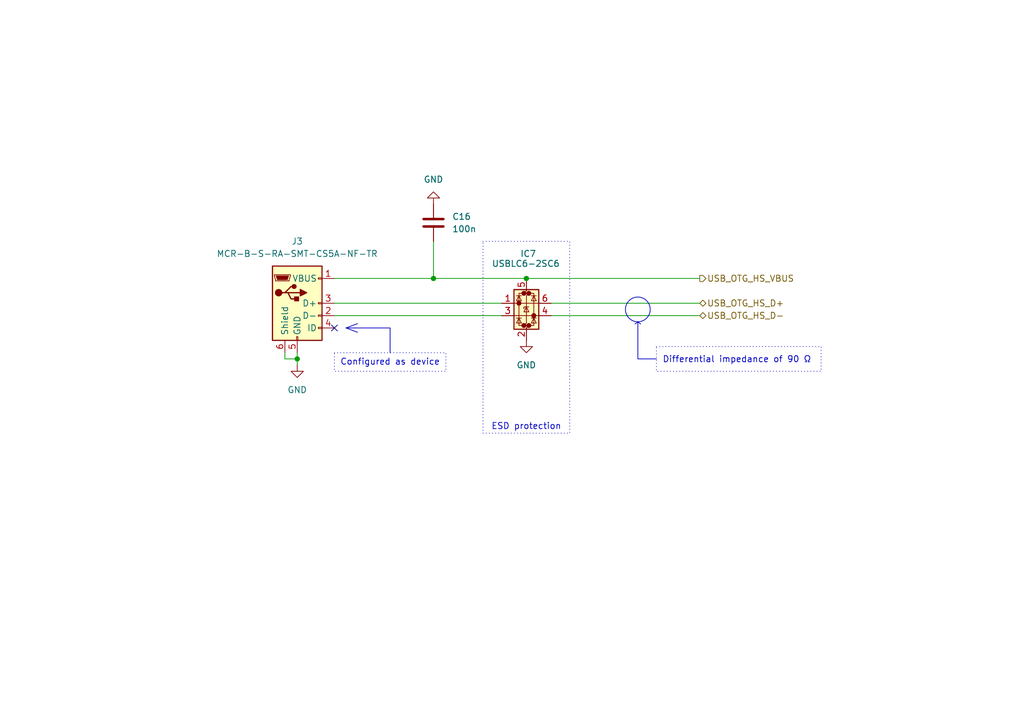
<source format=kicad_sch>
(kicad_sch
	(version 20231120)
	(generator "eeschema")
	(generator_version "8.0")
	(uuid "dd42648d-c5e4-40f0-a975-7ba1d5e37cc9")
	(paper "A5")
	(lib_symbols
		(symbol "Connector:USB_B_Micro"
			(pin_names
				(offset 1.016)
			)
			(exclude_from_sim no)
			(in_bom yes)
			(on_board yes)
			(property "Reference" "J"
				(at -5.08 11.43 0)
				(effects
					(font
						(size 1.27 1.27)
					)
					(justify left)
				)
			)
			(property "Value" "USB_B_Micro"
				(at -5.08 8.89 0)
				(effects
					(font
						(size 1.27 1.27)
					)
					(justify left)
				)
			)
			(property "Footprint" ""
				(at 3.81 -1.27 0)
				(effects
					(font
						(size 1.27 1.27)
					)
					(hide yes)
				)
			)
			(property "Datasheet" "~"
				(at 3.81 -1.27 0)
				(effects
					(font
						(size 1.27 1.27)
					)
					(hide yes)
				)
			)
			(property "Description" "USB Micro Type B connector"
				(at 0 0 0)
				(effects
					(font
						(size 1.27 1.27)
					)
					(hide yes)
				)
			)
			(property "ki_keywords" "connector USB micro"
				(at 0 0 0)
				(effects
					(font
						(size 1.27 1.27)
					)
					(hide yes)
				)
			)
			(property "ki_fp_filters" "USB*"
				(at 0 0 0)
				(effects
					(font
						(size 1.27 1.27)
					)
					(hide yes)
				)
			)
			(symbol "USB_B_Micro_0_1"
				(rectangle
					(start -5.08 -7.62)
					(end 5.08 7.62)
					(stroke
						(width 0.254)
						(type default)
					)
					(fill
						(type background)
					)
				)
				(circle
					(center -3.81 2.159)
					(radius 0.635)
					(stroke
						(width 0.254)
						(type default)
					)
					(fill
						(type outline)
					)
				)
				(circle
					(center -0.635 3.429)
					(radius 0.381)
					(stroke
						(width 0.254)
						(type default)
					)
					(fill
						(type outline)
					)
				)
				(rectangle
					(start -0.127 -7.62)
					(end 0.127 -6.858)
					(stroke
						(width 0)
						(type default)
					)
					(fill
						(type none)
					)
				)
				(polyline
					(pts
						(xy -1.905 2.159) (xy 0.635 2.159)
					)
					(stroke
						(width 0.254)
						(type default)
					)
					(fill
						(type none)
					)
				)
				(polyline
					(pts
						(xy -3.175 2.159) (xy -2.54 2.159) (xy -1.27 3.429) (xy -0.635 3.429)
					)
					(stroke
						(width 0.254)
						(type default)
					)
					(fill
						(type none)
					)
				)
				(polyline
					(pts
						(xy -2.54 2.159) (xy -1.905 2.159) (xy -1.27 0.889) (xy 0 0.889)
					)
					(stroke
						(width 0.254)
						(type default)
					)
					(fill
						(type none)
					)
				)
				(polyline
					(pts
						(xy 0.635 2.794) (xy 0.635 1.524) (xy 1.905 2.159) (xy 0.635 2.794)
					)
					(stroke
						(width 0.254)
						(type default)
					)
					(fill
						(type outline)
					)
				)
				(polyline
					(pts
						(xy -4.318 5.588) (xy -1.778 5.588) (xy -2.032 4.826) (xy -4.064 4.826) (xy -4.318 5.588)
					)
					(stroke
						(width 0)
						(type default)
					)
					(fill
						(type outline)
					)
				)
				(polyline
					(pts
						(xy -4.699 5.842) (xy -4.699 5.588) (xy -4.445 4.826) (xy -4.445 4.572) (xy -1.651 4.572) (xy -1.651 4.826)
						(xy -1.397 5.588) (xy -1.397 5.842) (xy -4.699 5.842)
					)
					(stroke
						(width 0)
						(type default)
					)
					(fill
						(type none)
					)
				)
				(rectangle
					(start 0.254 1.27)
					(end -0.508 0.508)
					(stroke
						(width 0.254)
						(type default)
					)
					(fill
						(type outline)
					)
				)
				(rectangle
					(start 5.08 -5.207)
					(end 4.318 -4.953)
					(stroke
						(width 0)
						(type default)
					)
					(fill
						(type none)
					)
				)
				(rectangle
					(start 5.08 -2.667)
					(end 4.318 -2.413)
					(stroke
						(width 0)
						(type default)
					)
					(fill
						(type none)
					)
				)
				(rectangle
					(start 5.08 -0.127)
					(end 4.318 0.127)
					(stroke
						(width 0)
						(type default)
					)
					(fill
						(type none)
					)
				)
				(rectangle
					(start 5.08 4.953)
					(end 4.318 5.207)
					(stroke
						(width 0)
						(type default)
					)
					(fill
						(type none)
					)
				)
			)
			(symbol "USB_B_Micro_1_1"
				(pin power_out line
					(at 7.62 5.08 180)
					(length 2.54)
					(name "VBUS"
						(effects
							(font
								(size 1.27 1.27)
							)
						)
					)
					(number "1"
						(effects
							(font
								(size 1.27 1.27)
							)
						)
					)
				)
				(pin bidirectional line
					(at 7.62 -2.54 180)
					(length 2.54)
					(name "D-"
						(effects
							(font
								(size 1.27 1.27)
							)
						)
					)
					(number "2"
						(effects
							(font
								(size 1.27 1.27)
							)
						)
					)
				)
				(pin bidirectional line
					(at 7.62 0 180)
					(length 2.54)
					(name "D+"
						(effects
							(font
								(size 1.27 1.27)
							)
						)
					)
					(number "3"
						(effects
							(font
								(size 1.27 1.27)
							)
						)
					)
				)
				(pin passive line
					(at 7.62 -5.08 180)
					(length 2.54)
					(name "ID"
						(effects
							(font
								(size 1.27 1.27)
							)
						)
					)
					(number "4"
						(effects
							(font
								(size 1.27 1.27)
							)
						)
					)
				)
				(pin power_out line
					(at 0 -10.16 90)
					(length 2.54)
					(name "GND"
						(effects
							(font
								(size 1.27 1.27)
							)
						)
					)
					(number "5"
						(effects
							(font
								(size 1.27 1.27)
							)
						)
					)
				)
				(pin passive line
					(at -2.54 -10.16 90)
					(length 2.54)
					(name "Shield"
						(effects
							(font
								(size 1.27 1.27)
							)
						)
					)
					(number "6"
						(effects
							(font
								(size 1.27 1.27)
							)
						)
					)
				)
			)
		)
		(symbol "Device:C"
			(pin_numbers hide)
			(pin_names
				(offset 0.254)
			)
			(exclude_from_sim no)
			(in_bom yes)
			(on_board yes)
			(property "Reference" "C"
				(at 0.635 2.54 0)
				(effects
					(font
						(size 1.27 1.27)
					)
					(justify left)
				)
			)
			(property "Value" "C"
				(at 0.635 -2.54 0)
				(effects
					(font
						(size 1.27 1.27)
					)
					(justify left)
				)
			)
			(property "Footprint" ""
				(at 0.9652 -3.81 0)
				(effects
					(font
						(size 1.27 1.27)
					)
					(hide yes)
				)
			)
			(property "Datasheet" "~"
				(at 0 0 0)
				(effects
					(font
						(size 1.27 1.27)
					)
					(hide yes)
				)
			)
			(property "Description" "Unpolarized capacitor"
				(at 0 0 0)
				(effects
					(font
						(size 1.27 1.27)
					)
					(hide yes)
				)
			)
			(property "ki_keywords" "cap capacitor"
				(at 0 0 0)
				(effects
					(font
						(size 1.27 1.27)
					)
					(hide yes)
				)
			)
			(property "ki_fp_filters" "C_*"
				(at 0 0 0)
				(effects
					(font
						(size 1.27 1.27)
					)
					(hide yes)
				)
			)
			(symbol "C_0_1"
				(polyline
					(pts
						(xy -2.032 -0.762) (xy 2.032 -0.762)
					)
					(stroke
						(width 0.508)
						(type default)
					)
					(fill
						(type none)
					)
				)
				(polyline
					(pts
						(xy -2.032 0.762) (xy 2.032 0.762)
					)
					(stroke
						(width 0.508)
						(type default)
					)
					(fill
						(type none)
					)
				)
			)
			(symbol "C_1_1"
				(pin passive line
					(at 0 3.81 270)
					(length 2.794)
					(name "~"
						(effects
							(font
								(size 1.27 1.27)
							)
						)
					)
					(number "1"
						(effects
							(font
								(size 1.27 1.27)
							)
						)
					)
				)
				(pin passive line
					(at 0 -3.81 90)
					(length 2.794)
					(name "~"
						(effects
							(font
								(size 1.27 1.27)
							)
						)
					)
					(number "2"
						(effects
							(font
								(size 1.27 1.27)
							)
						)
					)
				)
			)
		)
		(symbol "Power_Protection:USBLC6-2SC6"
			(pin_names hide)
			(exclude_from_sim no)
			(in_bom yes)
			(on_board yes)
			(property "Reference" "U"
				(at 0.635 5.715 0)
				(effects
					(font
						(size 1.27 1.27)
					)
					(justify left)
				)
			)
			(property "Value" "USBLC6-2SC6"
				(at 0.635 3.81 0)
				(effects
					(font
						(size 1.27 1.27)
					)
					(justify left)
				)
			)
			(property "Footprint" "Package_TO_SOT_SMD:SOT-23-6"
				(at 1.27 -6.35 0)
				(effects
					(font
						(size 1.27 1.27)
						(italic yes)
					)
					(justify left)
					(hide yes)
				)
			)
			(property "Datasheet" "https://www.st.com/resource/en/datasheet/usblc6-2.pdf"
				(at 1.27 -8.255 0)
				(effects
					(font
						(size 1.27 1.27)
					)
					(justify left)
					(hide yes)
				)
			)
			(property "Description" "Very low capacitance ESD protection diode, 2 data-line, SOT-23-6"
				(at 0 0 0)
				(effects
					(font
						(size 1.27 1.27)
					)
					(hide yes)
				)
			)
			(property "ki_keywords" "usb ethernet video"
				(at 0 0 0)
				(effects
					(font
						(size 1.27 1.27)
					)
					(hide yes)
				)
			)
			(property "ki_fp_filters" "SOT?23*"
				(at 0 0 0)
				(effects
					(font
						(size 1.27 1.27)
					)
					(hide yes)
				)
			)
			(symbol "USBLC6-2SC6_0_0"
				(circle
					(center -1.524 0)
					(radius 0.0001)
					(stroke
						(width 0.508)
						(type default)
					)
					(fill
						(type none)
					)
				)
				(circle
					(center -0.508 -4.572)
					(radius 0.0001)
					(stroke
						(width 0.508)
						(type default)
					)
					(fill
						(type none)
					)
				)
				(circle
					(center -0.508 2.032)
					(radius 0.0001)
					(stroke
						(width 0.508)
						(type default)
					)
					(fill
						(type none)
					)
				)
				(circle
					(center 0.508 -4.572)
					(radius 0.0001)
					(stroke
						(width 0.508)
						(type default)
					)
					(fill
						(type none)
					)
				)
				(circle
					(center 0.508 2.032)
					(radius 0.0001)
					(stroke
						(width 0.508)
						(type default)
					)
					(fill
						(type none)
					)
				)
				(circle
					(center 1.524 -2.54)
					(radius 0.0001)
					(stroke
						(width 0.508)
						(type default)
					)
					(fill
						(type none)
					)
				)
			)
			(symbol "USBLC6-2SC6_0_1"
				(polyline
					(pts
						(xy -2.54 -2.54) (xy 2.54 -2.54)
					)
					(stroke
						(width 0)
						(type default)
					)
					(fill
						(type none)
					)
				)
				(polyline
					(pts
						(xy -2.54 0) (xy 2.54 0)
					)
					(stroke
						(width 0)
						(type default)
					)
					(fill
						(type none)
					)
				)
				(polyline
					(pts
						(xy -2.032 -3.048) (xy -1.016 -3.048)
					)
					(stroke
						(width 0)
						(type default)
					)
					(fill
						(type none)
					)
				)
				(polyline
					(pts
						(xy -1.016 1.524) (xy -2.032 1.524)
					)
					(stroke
						(width 0)
						(type default)
					)
					(fill
						(type none)
					)
				)
				(polyline
					(pts
						(xy 1.016 -3.048) (xy 2.032 -3.048)
					)
					(stroke
						(width 0)
						(type default)
					)
					(fill
						(type none)
					)
				)
				(polyline
					(pts
						(xy 1.016 1.524) (xy 2.032 1.524)
					)
					(stroke
						(width 0)
						(type default)
					)
					(fill
						(type none)
					)
				)
				(polyline
					(pts
						(xy -0.508 -1.143) (xy -0.508 -0.762) (xy 0.508 -0.762)
					)
					(stroke
						(width 0)
						(type default)
					)
					(fill
						(type none)
					)
				)
				(polyline
					(pts
						(xy -2.032 0.508) (xy -1.016 0.508) (xy -1.524 1.524) (xy -2.032 0.508)
					)
					(stroke
						(width 0)
						(type default)
					)
					(fill
						(type none)
					)
				)
				(polyline
					(pts
						(xy -1.016 -4.064) (xy -2.032 -4.064) (xy -1.524 -3.048) (xy -1.016 -4.064)
					)
					(stroke
						(width 0)
						(type default)
					)
					(fill
						(type none)
					)
				)
				(polyline
					(pts
						(xy 0.508 -1.778) (xy -0.508 -1.778) (xy 0 -0.762) (xy 0.508 -1.778)
					)
					(stroke
						(width 0)
						(type default)
					)
					(fill
						(type none)
					)
				)
				(polyline
					(pts
						(xy 2.032 -4.064) (xy 1.016 -4.064) (xy 1.524 -3.048) (xy 2.032 -4.064)
					)
					(stroke
						(width 0)
						(type default)
					)
					(fill
						(type none)
					)
				)
				(polyline
					(pts
						(xy 2.032 0.508) (xy 1.016 0.508) (xy 1.524 1.524) (xy 2.032 0.508)
					)
					(stroke
						(width 0)
						(type default)
					)
					(fill
						(type none)
					)
				)
				(polyline
					(pts
						(xy 0 2.54) (xy -0.508 2.032) (xy 0.508 2.032) (xy 0 1.524) (xy 0 -4.064) (xy -0.508 -4.572) (xy 0.508 -4.572)
						(xy 0 -5.08)
					)
					(stroke
						(width 0)
						(type default)
					)
					(fill
						(type none)
					)
				)
			)
			(symbol "USBLC6-2SC6_1_1"
				(rectangle
					(start -2.54 2.794)
					(end 2.54 -5.334)
					(stroke
						(width 0.254)
						(type default)
					)
					(fill
						(type background)
					)
				)
				(polyline
					(pts
						(xy -0.508 2.032) (xy -1.524 2.032) (xy -1.524 -4.572) (xy -0.508 -4.572)
					)
					(stroke
						(width 0)
						(type default)
					)
					(fill
						(type none)
					)
				)
				(polyline
					(pts
						(xy 0.508 -4.572) (xy 1.524 -4.572) (xy 1.524 2.032) (xy 0.508 2.032)
					)
					(stroke
						(width 0)
						(type default)
					)
					(fill
						(type none)
					)
				)
				(pin passive line
					(at -5.08 0 0)
					(length 2.54)
					(name "I/O1"
						(effects
							(font
								(size 1.27 1.27)
							)
						)
					)
					(number "1"
						(effects
							(font
								(size 1.27 1.27)
							)
						)
					)
				)
				(pin passive line
					(at 0 -7.62 90)
					(length 2.54)
					(name "GND"
						(effects
							(font
								(size 1.27 1.27)
							)
						)
					)
					(number "2"
						(effects
							(font
								(size 1.27 1.27)
							)
						)
					)
				)
				(pin passive line
					(at -5.08 -2.54 0)
					(length 2.54)
					(name "I/O2"
						(effects
							(font
								(size 1.27 1.27)
							)
						)
					)
					(number "3"
						(effects
							(font
								(size 1.27 1.27)
							)
						)
					)
				)
				(pin passive line
					(at 5.08 -2.54 180)
					(length 2.54)
					(name "I/O2"
						(effects
							(font
								(size 1.27 1.27)
							)
						)
					)
					(number "4"
						(effects
							(font
								(size 1.27 1.27)
							)
						)
					)
				)
				(pin passive line
					(at 0 5.08 270)
					(length 2.54)
					(name "VBUS"
						(effects
							(font
								(size 1.27 1.27)
							)
						)
					)
					(number "5"
						(effects
							(font
								(size 1.27 1.27)
							)
						)
					)
				)
				(pin passive line
					(at 5.08 0 180)
					(length 2.54)
					(name "I/O1"
						(effects
							(font
								(size 1.27 1.27)
							)
						)
					)
					(number "6"
						(effects
							(font
								(size 1.27 1.27)
							)
						)
					)
				)
			)
		)
		(symbol "power:GND"
			(power)
			(pin_numbers hide)
			(pin_names
				(offset 0) hide)
			(exclude_from_sim no)
			(in_bom yes)
			(on_board yes)
			(property "Reference" "#PWR"
				(at 0 -6.35 0)
				(effects
					(font
						(size 1.27 1.27)
					)
					(hide yes)
				)
			)
			(property "Value" "GND"
				(at 0 -3.81 0)
				(effects
					(font
						(size 1.27 1.27)
					)
				)
			)
			(property "Footprint" ""
				(at 0 0 0)
				(effects
					(font
						(size 1.27 1.27)
					)
					(hide yes)
				)
			)
			(property "Datasheet" ""
				(at 0 0 0)
				(effects
					(font
						(size 1.27 1.27)
					)
					(hide yes)
				)
			)
			(property "Description" "Power symbol creates a global label with name \"GND\" , ground"
				(at 0 0 0)
				(effects
					(font
						(size 1.27 1.27)
					)
					(hide yes)
				)
			)
			(property "ki_keywords" "global power"
				(at 0 0 0)
				(effects
					(font
						(size 1.27 1.27)
					)
					(hide yes)
				)
			)
			(symbol "GND_0_1"
				(polyline
					(pts
						(xy 0 0) (xy 0 -1.27) (xy 1.27 -1.27) (xy 0 -2.54) (xy -1.27 -1.27) (xy 0 -1.27)
					)
					(stroke
						(width 0)
						(type default)
					)
					(fill
						(type none)
					)
				)
			)
			(symbol "GND_1_1"
				(pin power_in line
					(at 0 0 270)
					(length 0)
					(name "~"
						(effects
							(font
								(size 1.27 1.27)
							)
						)
					)
					(number "1"
						(effects
							(font
								(size 1.27 1.27)
							)
						)
					)
				)
			)
		)
	)
	(junction
		(at 60.96 73.66)
		(diameter 0)
		(color 0 0 0 0)
		(uuid "13d20d08-0e0b-45dd-96d5-82dc610a4de1")
	)
	(junction
		(at 107.95 57.15)
		(diameter 0)
		(color 0 0 0 0)
		(uuid "5ccc6f46-bb59-44ac-9cec-7d759c8332a6")
	)
	(junction
		(at 88.9 57.15)
		(diameter 0)
		(color 0 0 0 0)
		(uuid "cc07a90d-9b61-4b18-ad8a-75fca19c1423")
	)
	(no_connect
		(at 68.58 67.31)
		(uuid "ee9220a8-5d63-4d16-a1c3-ce0cb1cea3df")
	)
	(wire
		(pts
			(xy 60.96 73.66) (xy 60.96 72.39)
		)
		(stroke
			(width 0)
			(type default)
		)
		(uuid "0862b628-62f1-419b-82c0-a1d50d6f5393")
	)
	(polyline
		(pts
			(xy 130.81 73.66) (xy 130.81 71.12)
		)
		(stroke
			(width 0)
			(type default)
		)
		(uuid "3b168fdf-b5b5-4ad6-be6f-cd87ed801cbe")
	)
	(wire
		(pts
			(xy 113.03 62.23) (xy 143.51 62.23)
		)
		(stroke
			(width 0)
			(type default)
		)
		(uuid "4126f81b-f9fa-4b8a-8854-da721b112523")
	)
	(wire
		(pts
			(xy 107.95 57.15) (xy 143.51 57.15)
		)
		(stroke
			(width 0)
			(type default)
		)
		(uuid "43ca5f77-1e70-4d4a-90d2-3f1a6217b3b6")
	)
	(polyline
		(pts
			(xy 134.62 73.66) (xy 130.81 73.66)
		)
		(stroke
			(width 0)
			(type default)
		)
		(uuid "4f04e05f-4f65-4677-b89c-9d037b8067e3")
	)
	(polyline
		(pts
			(xy 80.01 67.31) (xy 80.01 72.39)
		)
		(stroke
			(width 0)
			(type default)
		)
		(uuid "50189fc6-6913-4bef-be33-2cb4bf177cb8")
	)
	(polyline
		(pts
			(xy 130.81 66.04) (xy 130.81 71.12)
		)
		(stroke
			(width 0)
			(type default)
		)
		(uuid "5d199a0c-0f65-4df8-94d5-802bb28391fe")
	)
	(wire
		(pts
			(xy 68.58 57.15) (xy 88.9 57.15)
		)
		(stroke
			(width 0)
			(type default)
		)
		(uuid "76478a3c-1dfa-4e23-83ba-3422f2b9d9bf")
	)
	(wire
		(pts
			(xy 60.96 74.93) (xy 60.96 73.66)
		)
		(stroke
			(width 0)
			(type default)
		)
		(uuid "7c82d61d-99d5-4239-b2fb-8932d49d6a6f")
	)
	(wire
		(pts
			(xy 88.9 57.15) (xy 107.95 57.15)
		)
		(stroke
			(width 0)
			(type default)
		)
		(uuid "91b84758-fb21-4847-aed5-0068a37cc51f")
	)
	(wire
		(pts
			(xy 58.42 73.66) (xy 60.96 73.66)
		)
		(stroke
			(width 0)
			(type default)
		)
		(uuid "a9ef565d-d495-4683-9edf-4d5797966f52")
	)
	(wire
		(pts
			(xy 113.03 64.77) (xy 143.51 64.77)
		)
		(stroke
			(width 0)
			(type default)
		)
		(uuid "b1b57550-68a4-40ab-bca9-5e8b04aa74fd")
	)
	(wire
		(pts
			(xy 58.42 72.39) (xy 58.42 73.66)
		)
		(stroke
			(width 0)
			(type default)
		)
		(uuid "ccab8f8f-1e87-445c-9d30-45d0f1f3f3f4")
	)
	(polyline
		(pts
			(xy 71.12 67.31) (xy 80.01 67.31)
		)
		(stroke
			(width 0)
			(type default)
		)
		(uuid "d6dcf390-0937-4c66-92e2-c6315d6e05ba")
	)
	(wire
		(pts
			(xy 88.9 49.53) (xy 88.9 57.15)
		)
		(stroke
			(width 0)
			(type default)
		)
		(uuid "e099ef7f-1fd4-45b5-9ad9-95ca845ec4db")
	)
	(wire
		(pts
			(xy 68.58 62.23) (xy 102.87 62.23)
		)
		(stroke
			(width 0)
			(type default)
		)
		(uuid "e1e68a28-fe30-44f1-b582-642c570937f5")
	)
	(wire
		(pts
			(xy 68.58 64.77) (xy 102.87 64.77)
		)
		(stroke
			(width 0)
			(type default)
		)
		(uuid "ec4568ef-3cb3-48fc-a832-3e07307bcf49")
	)
	(rectangle
		(start 68.58 72.39)
		(end 91.44 76.2)
		(stroke
			(width 0)
			(type dot)
		)
		(fill
			(type none)
		)
		(uuid 44474751-2232-4a55-81a7-c8835d70ad2f)
	)
	(rectangle
		(start 134.62 71.12)
		(end 168.402 76.2)
		(stroke
			(width 0)
			(type dot)
		)
		(fill
			(type none)
		)
		(uuid 705d19c8-4b1f-4561-ba3a-ec1c0cbc1794)
	)
	(circle
		(center 130.81 63.5)
		(radius 2.54)
		(stroke
			(width 0)
			(type solid)
		)
		(fill
			(type none)
		)
		(uuid 75ee214c-1f4e-48b2-a513-7dc19b9e2c84)
	)
	(rectangle
		(start 99.06 49.53)
		(end 116.84 88.9)
		(stroke
			(width 0)
			(type dot)
		)
		(fill
			(type none)
		)
		(uuid da7499f4-a34c-4eb5-8241-2cc2d1beecd4)
	)
	(text "Differential impedance of 90 Ω"
		(exclude_from_sim no)
		(at 151.13 73.914 0)
		(effects
			(font
				(size 1.27 1.27)
			)
		)
		(uuid "059d7272-f8ed-48cb-84a4-f585d3555179")
	)
	(text "<"
		(exclude_from_sim no)
		(at 72.136 67.31 0)
		(effects
			(font
				(size 3.1 3.1)
			)
		)
		(uuid "06a4d342-7ae2-4018-85c5-4332adaeaf51")
	)
	(text "ESD protection"
		(exclude_from_sim no)
		(at 107.95 87.63 0)
		(effects
			(font
				(size 1.27 1.27)
			)
		)
		(uuid "42bfc58f-c9ee-44e6-9dd7-1d69de511e15")
	)
	(text "^"
		(exclude_from_sim no)
		(at 130.81 68.072 0)
		(effects
			(font
				(size 3 3)
			)
		)
		(uuid "5977d814-c309-4d9b-93fe-1b361c44a02a")
	)
	(text "Configured as device"
		(exclude_from_sim no)
		(at 80.01 74.422 0)
		(effects
			(font
				(size 1.27 1.27)
			)
		)
		(uuid "b78b6efd-f8f6-430d-8d39-3be28304bc06")
	)
	(hierarchical_label "USB_OTG_HS_VBUS"
		(shape output)
		(at 143.51 57.15 0)
		(effects
			(font
				(size 1.27 1.27)
			)
			(justify left)
		)
		(uuid "89595c83-306b-4b50-a008-f9a8f2c72374")
	)
	(hierarchical_label "USB_OTG_HS_D-"
		(shape bidirectional)
		(at 143.51 64.77 0)
		(effects
			(font
				(size 1.27 1.27)
			)
			(justify left)
		)
		(uuid "b6cacb82-68a7-4d52-a07f-60c71325f888")
	)
	(hierarchical_label "USB_OTG_HS_D+"
		(shape bidirectional)
		(at 143.51 62.23 0)
		(effects
			(font
				(size 1.27 1.27)
			)
			(justify left)
		)
		(uuid "fc47a9b5-5638-4117-af94-eed82b239194")
	)
	(symbol
		(lib_id "Power_Protection:USBLC6-2SC6")
		(at 107.95 62.23 0)
		(unit 1)
		(exclude_from_sim no)
		(in_bom yes)
		(on_board yes)
		(dnp no)
		(uuid "09b24549-7db4-471d-8587-2e1d7a2d2c7d")
		(property "Reference" "IC7"
			(at 106.68 52.07 0)
			(effects
				(font
					(size 1.27 1.27)
				)
				(justify left)
			)
		)
		(property "Value" "USBLC6-2SC6"
			(at 100.838 54.102 0)
			(effects
				(font
					(size 1.27 1.27)
				)
				(justify left)
			)
		)
		(property "Footprint" "Package_TO_SOT_SMD:SOT-23-6"
			(at 109.22 68.58 0)
			(effects
				(font
					(size 1.27 1.27)
					(italic yes)
				)
				(justify left)
				(hide yes)
			)
		)
		(property "Datasheet" "https://www.st.com/resource/en/datasheet/usblc6-2.pdf"
			(at 109.22 70.485 0)
			(effects
				(font
					(size 1.27 1.27)
				)
				(justify left)
				(hide yes)
			)
		)
		(property "Description" "Very low capacitance ESD protection diode, 2 data-line, SOT-23-6"
			(at 107.95 62.23 0)
			(effects
				(font
					(size 1.27 1.27)
				)
				(hide yes)
			)
		)
		(pin "3"
			(uuid "068abb45-5557-4907-9e03-3c8003f79e29")
		)
		(pin "1"
			(uuid "d04693f4-2bae-459a-87da-0d148ab46b95")
		)
		(pin "4"
			(uuid "ad1934ce-db08-4c68-8523-012ac44b659c")
		)
		(pin "5"
			(uuid "db3d38f7-b336-46e4-a077-153c57831a6c")
		)
		(pin "2"
			(uuid "e67d591b-c154-432c-b079-617440ff0ec8")
		)
		(pin "6"
			(uuid "4983e081-1bd5-47ed-b2ea-b4aa6020b578")
		)
		(instances
			(project ""
				(path "/e8e834c4-1afb-42f7-b718-3cb720dae1d5/f28d5476-62ad-47ee-95fb-15cfd356e27c"
					(reference "IC7")
					(unit 1)
				)
			)
		)
	)
	(symbol
		(lib_id "power:GND")
		(at 88.9 41.91 180)
		(unit 1)
		(exclude_from_sim no)
		(in_bom yes)
		(on_board yes)
		(dnp no)
		(fields_autoplaced yes)
		(uuid "4e881411-0e06-40fb-abeb-57c4539ceec0")
		(property "Reference" "#PWR060"
			(at 88.9 35.56 0)
			(effects
				(font
					(size 1.27 1.27)
				)
				(hide yes)
			)
		)
		(property "Value" "GND"
			(at 88.9 36.83 0)
			(effects
				(font
					(size 1.27 1.27)
				)
			)
		)
		(property "Footprint" ""
			(at 88.9 41.91 0)
			(effects
				(font
					(size 1.27 1.27)
				)
				(hide yes)
			)
		)
		(property "Datasheet" ""
			(at 88.9 41.91 0)
			(effects
				(font
					(size 1.27 1.27)
				)
				(hide yes)
			)
		)
		(property "Description" "Power symbol creates a global label with name \"GND\" , ground"
			(at 88.9 41.91 0)
			(effects
				(font
					(size 1.27 1.27)
				)
				(hide yes)
			)
		)
		(pin "1"
			(uuid "4b26a260-31ac-42e3-a4dc-027d74c61b3a")
		)
		(instances
			(project "obvod"
				(path "/e8e834c4-1afb-42f7-b718-3cb720dae1d5/f28d5476-62ad-47ee-95fb-15cfd356e27c"
					(reference "#PWR060")
					(unit 1)
				)
			)
		)
	)
	(symbol
		(lib_id "Device:C")
		(at 88.9 45.72 0)
		(unit 1)
		(exclude_from_sim no)
		(in_bom yes)
		(on_board yes)
		(dnp no)
		(uuid "593db546-ed0b-4507-8e78-098f06ccc9f2")
		(property "Reference" "C16"
			(at 92.71 44.4499 0)
			(effects
				(font
					(size 1.27 1.27)
				)
				(justify left)
			)
		)
		(property "Value" "100n"
			(at 92.71 46.9899 0)
			(effects
				(font
					(size 1.27 1.27)
				)
				(justify left)
			)
		)
		(property "Footprint" "Capacitor_SMD:C_0402_1005Metric"
			(at 89.8652 49.53 0)
			(effects
				(font
					(size 1.27 1.27)
				)
				(hide yes)
			)
		)
		(property "Datasheet" "~"
			(at 88.9 45.72 0)
			(effects
				(font
					(size 1.27 1.27)
				)
				(hide yes)
			)
		)
		(property "Description" "Unpolarized capacitor"
			(at 88.9 45.72 0)
			(effects
				(font
					(size 1.27 1.27)
				)
				(hide yes)
			)
		)
		(pin "1"
			(uuid "d97b52f9-d2b5-4af9-a465-dbdfffb267c8")
		)
		(pin "2"
			(uuid "17df376a-d556-40eb-8f04-dbb667050268")
		)
		(instances
			(project "obvod"
				(path "/e8e834c4-1afb-42f7-b718-3cb720dae1d5/f28d5476-62ad-47ee-95fb-15cfd356e27c"
					(reference "C16")
					(unit 1)
				)
			)
		)
	)
	(symbol
		(lib_id "power:GND")
		(at 107.95 69.85 0)
		(unit 1)
		(exclude_from_sim no)
		(in_bom yes)
		(on_board yes)
		(dnp no)
		(fields_autoplaced yes)
		(uuid "6bd86b48-a52e-4ae3-9992-80a7d58e2a5b")
		(property "Reference" "#PWR056"
			(at 107.95 76.2 0)
			(effects
				(font
					(size 1.27 1.27)
				)
				(hide yes)
			)
		)
		(property "Value" "GND"
			(at 107.95 74.93 0)
			(effects
				(font
					(size 1.27 1.27)
				)
			)
		)
		(property "Footprint" ""
			(at 107.95 69.85 0)
			(effects
				(font
					(size 1.27 1.27)
				)
				(hide yes)
			)
		)
		(property "Datasheet" ""
			(at 107.95 69.85 0)
			(effects
				(font
					(size 1.27 1.27)
				)
				(hide yes)
			)
		)
		(property "Description" "Power symbol creates a global label with name \"GND\" , ground"
			(at 107.95 69.85 0)
			(effects
				(font
					(size 1.27 1.27)
				)
				(hide yes)
			)
		)
		(pin "1"
			(uuid "497fb145-6481-4e74-9884-890d145e3957")
		)
		(instances
			(project "obvod"
				(path "/e8e834c4-1afb-42f7-b718-3cb720dae1d5/f28d5476-62ad-47ee-95fb-15cfd356e27c"
					(reference "#PWR056")
					(unit 1)
				)
			)
		)
	)
	(symbol
		(lib_id "power:GND")
		(at 60.96 74.93 0)
		(unit 1)
		(exclude_from_sim no)
		(in_bom yes)
		(on_board yes)
		(dnp no)
		(fields_autoplaced yes)
		(uuid "a69fedf7-9a5c-414d-a1fe-82dc86c8fed5")
		(property "Reference" "#PWR055"
			(at 60.96 81.28 0)
			(effects
				(font
					(size 1.27 1.27)
				)
				(hide yes)
			)
		)
		(property "Value" "GND"
			(at 60.96 80.01 0)
			(effects
				(font
					(size 1.27 1.27)
				)
			)
		)
		(property "Footprint" ""
			(at 60.96 74.93 0)
			(effects
				(font
					(size 1.27 1.27)
				)
				(hide yes)
			)
		)
		(property "Datasheet" ""
			(at 60.96 74.93 0)
			(effects
				(font
					(size 1.27 1.27)
				)
				(hide yes)
			)
		)
		(property "Description" "Power symbol creates a global label with name \"GND\" , ground"
			(at 60.96 74.93 0)
			(effects
				(font
					(size 1.27 1.27)
				)
				(hide yes)
			)
		)
		(pin "1"
			(uuid "30dde461-fde2-41f8-a2d7-fa824c1dc3d8")
		)
		(instances
			(project ""
				(path "/e8e834c4-1afb-42f7-b718-3cb720dae1d5/f28d5476-62ad-47ee-95fb-15cfd356e27c"
					(reference "#PWR055")
					(unit 1)
				)
			)
		)
	)
	(symbol
		(lib_id "Connector:USB_B_Micro")
		(at 60.96 62.23 0)
		(unit 1)
		(exclude_from_sim no)
		(in_bom yes)
		(on_board yes)
		(dnp no)
		(fields_autoplaced yes)
		(uuid "c7ceb63a-890f-43dc-8de3-07aa6a4d21d4")
		(property "Reference" "J3"
			(at 60.96 49.53 0)
			(effects
				(font
					(size 1.27 1.27)
				)
			)
		)
		(property "Value" "MCR-B-S-RA-SMT-CS5A-NF-TR"
			(at 60.96 52.07 0)
			(effects
				(font
					(size 1.27 1.27)
				)
			)
		)
		(property "Footprint" "footprints:MCR-B-S-RA-SMT-CS5A-NF-TR"
			(at 64.77 63.5 0)
			(effects
				(font
					(size 1.27 1.27)
				)
				(hide yes)
			)
		)
		(property "Datasheet" "~"
			(at 64.77 63.5 0)
			(effects
				(font
					(size 1.27 1.27)
				)
				(hide yes)
			)
		)
		(property "Description" "USB Micro Type B connector"
			(at 60.96 62.23 0)
			(effects
				(font
					(size 1.27 1.27)
				)
				(hide yes)
			)
		)
		(pin "6"
			(uuid "b3f60abc-bef5-49d8-b824-232464bb9f23")
		)
		(pin "5"
			(uuid "1bf41371-92ab-4015-b859-529a9c88454b")
		)
		(pin "3"
			(uuid "5ca1691a-4c88-4bb3-ab32-e87e3bc662a7")
		)
		(pin "4"
			(uuid "99618451-415a-46bb-b14a-7e4279f5968f")
		)
		(pin "1"
			(uuid "4476fba1-5e9d-462d-80e6-a1ccc8ae0312")
		)
		(pin "2"
			(uuid "3a532a5e-0b64-424f-b40e-d579a7a5e1f1")
		)
		(instances
			(project ""
				(path "/e8e834c4-1afb-42f7-b718-3cb720dae1d5/f28d5476-62ad-47ee-95fb-15cfd356e27c"
					(reference "J3")
					(unit 1)
				)
			)
		)
	)
)

</source>
